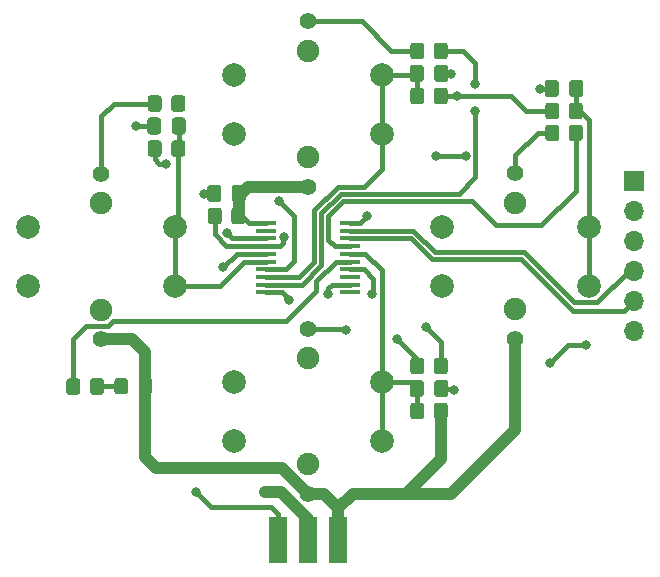
<source format=gtl>
G04 #@! TF.GenerationSoftware,KiCad,Pcbnew,(5.1.9)-1*
G04 #@! TF.CreationDate,2021-07-28T09:13:25+02:00*
G04 #@! TF.ProjectId,STEM,5354454d-2e6b-4696-9361-645f70636258,A*
G04 #@! TF.SameCoordinates,Original*
G04 #@! TF.FileFunction,Copper,L1,Top*
G04 #@! TF.FilePolarity,Positive*
%FSLAX46Y46*%
G04 Gerber Fmt 4.6, Leading zero omitted, Abs format (unit mm)*
G04 Created by KiCad (PCBNEW (5.1.9)-1) date 2021-07-28 09:13:25*
%MOMM*%
%LPD*%
G01*
G04 APERTURE LIST*
G04 #@! TA.AperFunction,WasherPad*
%ADD10C,1.900000*%
G04 #@! TD*
G04 #@! TA.AperFunction,ComponentPad*
%ADD11C,1.400000*%
G04 #@! TD*
G04 #@! TA.AperFunction,ComponentPad*
%ADD12C,2.000000*%
G04 #@! TD*
G04 #@! TA.AperFunction,ComponentPad*
%ADD13O,1.700000X1.700000*%
G04 #@! TD*
G04 #@! TA.AperFunction,ComponentPad*
%ADD14R,1.700000X1.700000*%
G04 #@! TD*
G04 #@! TA.AperFunction,SMDPad,CuDef*
%ADD15R,1.800000X0.450000*%
G04 #@! TD*
G04 #@! TA.AperFunction,SMDPad,CuDef*
%ADD16R,1.524000X4.000000*%
G04 #@! TD*
G04 #@! TA.AperFunction,ViaPad*
%ADD17C,0.800000*%
G04 #@! TD*
G04 #@! TA.AperFunction,Conductor*
%ADD18C,1.000000*%
G04 #@! TD*
G04 #@! TA.AperFunction,Conductor*
%ADD19C,0.400000*%
G04 #@! TD*
G04 APERTURE END LIST*
D10*
X140025000Y-119650000D03*
X140025000Y-110650000D03*
D11*
X140025000Y-108150000D03*
X140025000Y-122150000D03*
D12*
X133775000Y-112650000D03*
X133775000Y-117650000D03*
X146275000Y-112650000D03*
X146275000Y-117650000D03*
D10*
X122450000Y-132787000D03*
X122450000Y-123787000D03*
D11*
X122450000Y-121287000D03*
X122450000Y-135287000D03*
D12*
X116200000Y-125787000D03*
X116200000Y-130787000D03*
X128700000Y-125787000D03*
X128700000Y-130787000D03*
D10*
X104975000Y-119675000D03*
X104975000Y-110675000D03*
D11*
X104975000Y-108175000D03*
X104975000Y-122175000D03*
D12*
X98725000Y-112675000D03*
X98725000Y-117675000D03*
X111225000Y-112675000D03*
X111225000Y-117675000D03*
D10*
X122450000Y-106787000D03*
X122450000Y-97787000D03*
D11*
X122450000Y-95287000D03*
X122450000Y-109287000D03*
D12*
X116200000Y-99787000D03*
X116200000Y-104787000D03*
X128700000Y-99787000D03*
X128700000Y-104787000D03*
G04 #@! TA.AperFunction,SMDPad,CuDef*
G36*
G01*
X143745000Y-104264999D02*
X143745000Y-105165001D01*
G75*
G02*
X143495001Y-105415000I-249999J0D01*
G01*
X142794999Y-105415000D01*
G75*
G02*
X142545000Y-105165001I0J249999D01*
G01*
X142545000Y-104264999D01*
G75*
G02*
X142794999Y-104015000I249999J0D01*
G01*
X143495001Y-104015000D01*
G75*
G02*
X143745000Y-104264999I0J-249999D01*
G01*
G37*
G04 #@! TD.AperFunction*
G04 #@! TA.AperFunction,SMDPad,CuDef*
G36*
G01*
X145745000Y-104264999D02*
X145745000Y-105165001D01*
G75*
G02*
X145495001Y-105415000I-249999J0D01*
G01*
X144794999Y-105415000D01*
G75*
G02*
X144545000Y-105165001I0J249999D01*
G01*
X144545000Y-104264999D01*
G75*
G02*
X144794999Y-104015000I249999J0D01*
G01*
X145495001Y-104015000D01*
G75*
G02*
X145745000Y-104264999I0J-249999D01*
G01*
G37*
G04 #@! TD.AperFunction*
G04 #@! TA.AperFunction,SMDPad,CuDef*
G36*
G01*
X108890000Y-106495001D02*
X108890000Y-105594999D01*
G75*
G02*
X109139999Y-105345000I249999J0D01*
G01*
X109840001Y-105345000D01*
G75*
G02*
X110090000Y-105594999I0J-249999D01*
G01*
X110090000Y-106495001D01*
G75*
G02*
X109840001Y-106745000I-249999J0D01*
G01*
X109139999Y-106745000D01*
G75*
G02*
X108890000Y-106495001I0J249999D01*
G01*
G37*
G04 #@! TD.AperFunction*
G04 #@! TA.AperFunction,SMDPad,CuDef*
G36*
G01*
X110890000Y-106495001D02*
X110890000Y-105594999D01*
G75*
G02*
X111139999Y-105345000I249999J0D01*
G01*
X111840001Y-105345000D01*
G75*
G02*
X112090000Y-105594999I0J-249999D01*
G01*
X112090000Y-106495001D01*
G75*
G02*
X111840001Y-106745000I-249999J0D01*
G01*
X111139999Y-106745000D01*
G75*
G02*
X110890000Y-106495001I0J249999D01*
G01*
G37*
G04 #@! TD.AperFunction*
G04 #@! TA.AperFunction,SMDPad,CuDef*
G36*
G01*
X110940000Y-104615000D02*
X110940000Y-103665000D01*
G75*
G02*
X111190000Y-103415000I250000J0D01*
G01*
X111865000Y-103415000D01*
G75*
G02*
X112115000Y-103665000I0J-250000D01*
G01*
X112115000Y-104615000D01*
G75*
G02*
X111865000Y-104865000I-250000J0D01*
G01*
X111190000Y-104865000D01*
G75*
G02*
X110940000Y-104615000I0J250000D01*
G01*
G37*
G04 #@! TD.AperFunction*
G04 #@! TA.AperFunction,SMDPad,CuDef*
G36*
G01*
X108865000Y-104615000D02*
X108865000Y-103665000D01*
G75*
G02*
X109115000Y-103415000I250000J0D01*
G01*
X109790000Y-103415000D01*
G75*
G02*
X110040000Y-103665000I0J-250000D01*
G01*
X110040000Y-104615000D01*
G75*
G02*
X109790000Y-104865000I-250000J0D01*
G01*
X109115000Y-104865000D01*
G75*
G02*
X108865000Y-104615000I0J250000D01*
G01*
G37*
G04 #@! TD.AperFunction*
G04 #@! TA.AperFunction,SMDPad,CuDef*
G36*
G01*
X134315000Y-124009999D02*
X134315000Y-124910001D01*
G75*
G02*
X134065001Y-125160000I-249999J0D01*
G01*
X133364999Y-125160000D01*
G75*
G02*
X133115000Y-124910001I0J249999D01*
G01*
X133115000Y-124009999D01*
G75*
G02*
X133364999Y-123760000I249999J0D01*
G01*
X134065001Y-123760000D01*
G75*
G02*
X134315000Y-124009999I0J-249999D01*
G01*
G37*
G04 #@! TD.AperFunction*
G04 #@! TA.AperFunction,SMDPad,CuDef*
G36*
G01*
X132315000Y-124009999D02*
X132315000Y-124910001D01*
G75*
G02*
X132065001Y-125160000I-249999J0D01*
G01*
X131364999Y-125160000D01*
G75*
G02*
X131115000Y-124910001I0J249999D01*
G01*
X131115000Y-124009999D01*
G75*
G02*
X131364999Y-123760000I249999J0D01*
G01*
X132065001Y-123760000D01*
G75*
G02*
X132315000Y-124009999I0J-249999D01*
G01*
G37*
G04 #@! TD.AperFunction*
D13*
X150100000Y-121469600D03*
X150100000Y-118929600D03*
X150100000Y-116389600D03*
X150100000Y-113849600D03*
X150100000Y-111309600D03*
D14*
X150100000Y-108769600D03*
G04 #@! TA.AperFunction,SMDPad,CuDef*
G36*
G01*
X104000000Y-126648001D02*
X104000000Y-125747999D01*
G75*
G02*
X104249999Y-125498000I249999J0D01*
G01*
X104950001Y-125498000D01*
G75*
G02*
X105200000Y-125747999I0J-249999D01*
G01*
X105200000Y-126648001D01*
G75*
G02*
X104950001Y-126898000I-249999J0D01*
G01*
X104249999Y-126898000D01*
G75*
G02*
X104000000Y-126648001I0J249999D01*
G01*
G37*
G04 #@! TD.AperFunction*
G04 #@! TA.AperFunction,SMDPad,CuDef*
G36*
G01*
X102000000Y-126648001D02*
X102000000Y-125747999D01*
G75*
G02*
X102249999Y-125498000I249999J0D01*
G01*
X102950001Y-125498000D01*
G75*
G02*
X103200000Y-125747999I0J-249999D01*
G01*
X103200000Y-126648001D01*
G75*
G02*
X102950001Y-126898000I-249999J0D01*
G01*
X102249999Y-126898000D01*
G75*
G02*
X102000000Y-126648001I0J249999D01*
G01*
G37*
G04 #@! TD.AperFunction*
G04 #@! TA.AperFunction,SMDPad,CuDef*
G36*
G01*
X117195000Y-109380000D02*
X117195000Y-110330000D01*
G75*
G02*
X116945000Y-110580000I-250000J0D01*
G01*
X116270000Y-110580000D01*
G75*
G02*
X116020000Y-110330000I0J250000D01*
G01*
X116020000Y-109380000D01*
G75*
G02*
X116270000Y-109130000I250000J0D01*
G01*
X116945000Y-109130000D01*
G75*
G02*
X117195000Y-109380000I0J-250000D01*
G01*
G37*
G04 #@! TD.AperFunction*
G04 #@! TA.AperFunction,SMDPad,CuDef*
G36*
G01*
X115120000Y-109380000D02*
X115120000Y-110330000D01*
G75*
G02*
X114870000Y-110580000I-250000J0D01*
G01*
X114195000Y-110580000D01*
G75*
G02*
X113945000Y-110330000I0J250000D01*
G01*
X113945000Y-109380000D01*
G75*
G02*
X114195000Y-109130000I250000J0D01*
G01*
X114870000Y-109130000D01*
G75*
G02*
X115120000Y-109380000I0J-250000D01*
G01*
G37*
G04 #@! TD.AperFunction*
G04 #@! TA.AperFunction,SMDPad,CuDef*
G36*
G01*
X108130000Y-126618001D02*
X108130000Y-125717999D01*
G75*
G02*
X108379999Y-125468000I249999J0D01*
G01*
X109030001Y-125468000D01*
G75*
G02*
X109280000Y-125717999I0J-249999D01*
G01*
X109280000Y-126618001D01*
G75*
G02*
X109030001Y-126868000I-249999J0D01*
G01*
X108379999Y-126868000D01*
G75*
G02*
X108130000Y-126618001I0J249999D01*
G01*
G37*
G04 #@! TD.AperFunction*
G04 #@! TA.AperFunction,SMDPad,CuDef*
G36*
G01*
X106080000Y-126618001D02*
X106080000Y-125717999D01*
G75*
G02*
X106329999Y-125468000I249999J0D01*
G01*
X106980001Y-125468000D01*
G75*
G02*
X107230000Y-125717999I0J-249999D01*
G01*
X107230000Y-126618001D01*
G75*
G02*
X106980001Y-126868000I-249999J0D01*
G01*
X106329999Y-126868000D01*
G75*
G02*
X106080000Y-126618001I0J249999D01*
G01*
G37*
G04 #@! TD.AperFunction*
G04 #@! TA.AperFunction,SMDPad,CuDef*
G36*
G01*
X132315000Y-127819999D02*
X132315000Y-128720001D01*
G75*
G02*
X132065001Y-128970000I-249999J0D01*
G01*
X131364999Y-128970000D01*
G75*
G02*
X131115000Y-128720001I0J249999D01*
G01*
X131115000Y-127819999D01*
G75*
G02*
X131364999Y-127570000I249999J0D01*
G01*
X132065001Y-127570000D01*
G75*
G02*
X132315000Y-127819999I0J-249999D01*
G01*
G37*
G04 #@! TD.AperFunction*
G04 #@! TA.AperFunction,SMDPad,CuDef*
G36*
G01*
X134315000Y-127819999D02*
X134315000Y-128720001D01*
G75*
G02*
X134065001Y-128970000I-249999J0D01*
G01*
X133364999Y-128970000D01*
G75*
G02*
X133115000Y-128720001I0J249999D01*
G01*
X133115000Y-127819999D01*
G75*
G02*
X133364999Y-127570000I249999J0D01*
G01*
X134065001Y-127570000D01*
G75*
G02*
X134315000Y-127819999I0J-249999D01*
G01*
G37*
G04 #@! TD.AperFunction*
G04 #@! TA.AperFunction,SMDPad,CuDef*
G36*
G01*
X132315000Y-97339999D02*
X132315000Y-98240001D01*
G75*
G02*
X132065001Y-98490000I-249999J0D01*
G01*
X131364999Y-98490000D01*
G75*
G02*
X131115000Y-98240001I0J249999D01*
G01*
X131115000Y-97339999D01*
G75*
G02*
X131364999Y-97090000I249999J0D01*
G01*
X132065001Y-97090000D01*
G75*
G02*
X132315000Y-97339999I0J-249999D01*
G01*
G37*
G04 #@! TD.AperFunction*
G04 #@! TA.AperFunction,SMDPad,CuDef*
G36*
G01*
X134315000Y-97339999D02*
X134315000Y-98240001D01*
G75*
G02*
X134065001Y-98490000I-249999J0D01*
G01*
X133364999Y-98490000D01*
G75*
G02*
X133115000Y-98240001I0J249999D01*
G01*
X133115000Y-97339999D01*
G75*
G02*
X133364999Y-97090000I249999J0D01*
G01*
X134065001Y-97090000D01*
G75*
G02*
X134315000Y-97339999I0J-249999D01*
G01*
G37*
G04 #@! TD.AperFunction*
D15*
X118900000Y-112362000D03*
X118900000Y-113012000D03*
X118900000Y-113662000D03*
X118900000Y-114312000D03*
X118900000Y-114962000D03*
X118900000Y-115612000D03*
X118900000Y-116262000D03*
X118900000Y-116912000D03*
X118900000Y-117562000D03*
X118900000Y-118212000D03*
X126000000Y-118212000D03*
X126000000Y-117562000D03*
X126000000Y-116912000D03*
X126000000Y-116262000D03*
X126000000Y-115612000D03*
X126000000Y-114962000D03*
X126000000Y-114312000D03*
X126000000Y-113662000D03*
X126000000Y-113012000D03*
X126000000Y-112362000D03*
G04 #@! TA.AperFunction,SMDPad,CuDef*
G36*
G01*
X117170000Y-111309999D02*
X117170000Y-112210001D01*
G75*
G02*
X116920001Y-112460000I-249999J0D01*
G01*
X116219999Y-112460000D01*
G75*
G02*
X115970000Y-112210001I0J249999D01*
G01*
X115970000Y-111309999D01*
G75*
G02*
X116219999Y-111060000I249999J0D01*
G01*
X116920001Y-111060000D01*
G75*
G02*
X117170000Y-111309999I0J-249999D01*
G01*
G37*
G04 #@! TD.AperFunction*
G04 #@! TA.AperFunction,SMDPad,CuDef*
G36*
G01*
X115170000Y-111309999D02*
X115170000Y-112210001D01*
G75*
G02*
X114920001Y-112460000I-249999J0D01*
G01*
X114219999Y-112460000D01*
G75*
G02*
X113970000Y-112210001I0J249999D01*
G01*
X113970000Y-111309999D01*
G75*
G02*
X114219999Y-111060000I249999J0D01*
G01*
X114920001Y-111060000D01*
G75*
G02*
X115170000Y-111309999I0J-249999D01*
G01*
G37*
G04 #@! TD.AperFunction*
G04 #@! TA.AperFunction,SMDPad,CuDef*
G36*
G01*
X142545000Y-103320001D02*
X142545000Y-102419999D01*
G75*
G02*
X142794999Y-102170000I249999J0D01*
G01*
X143495001Y-102170000D01*
G75*
G02*
X143745000Y-102419999I0J-249999D01*
G01*
X143745000Y-103320001D01*
G75*
G02*
X143495001Y-103570000I-249999J0D01*
G01*
X142794999Y-103570000D01*
G75*
G02*
X142545000Y-103320001I0J249999D01*
G01*
G37*
G04 #@! TD.AperFunction*
G04 #@! TA.AperFunction,SMDPad,CuDef*
G36*
G01*
X144545000Y-103320001D02*
X144545000Y-102419999D01*
G75*
G02*
X144794999Y-102170000I249999J0D01*
G01*
X145495001Y-102170000D01*
G75*
G02*
X145745000Y-102419999I0J-249999D01*
G01*
X145745000Y-103320001D01*
G75*
G02*
X145495001Y-103570000I-249999J0D01*
G01*
X144794999Y-103570000D01*
G75*
G02*
X144545000Y-103320001I0J249999D01*
G01*
G37*
G04 #@! TD.AperFunction*
G04 #@! TA.AperFunction,SMDPad,CuDef*
G36*
G01*
X134340000Y-125890000D02*
X134340000Y-126840000D01*
G75*
G02*
X134090000Y-127090000I-250000J0D01*
G01*
X133415000Y-127090000D01*
G75*
G02*
X133165000Y-126840000I0J250000D01*
G01*
X133165000Y-125890000D01*
G75*
G02*
X133415000Y-125640000I250000J0D01*
G01*
X134090000Y-125640000D01*
G75*
G02*
X134340000Y-125890000I0J-250000D01*
G01*
G37*
G04 #@! TD.AperFunction*
G04 #@! TA.AperFunction,SMDPad,CuDef*
G36*
G01*
X132265000Y-125890000D02*
X132265000Y-126840000D01*
G75*
G02*
X132015000Y-127090000I-250000J0D01*
G01*
X131340000Y-127090000D01*
G75*
G02*
X131090000Y-126840000I0J250000D01*
G01*
X131090000Y-125890000D01*
G75*
G02*
X131340000Y-125640000I250000J0D01*
G01*
X132015000Y-125640000D01*
G75*
G02*
X132265000Y-125890000I0J-250000D01*
G01*
G37*
G04 #@! TD.AperFunction*
G04 #@! TA.AperFunction,SMDPad,CuDef*
G36*
G01*
X134315000Y-101149999D02*
X134315000Y-102050001D01*
G75*
G02*
X134065001Y-102300000I-249999J0D01*
G01*
X133364999Y-102300000D01*
G75*
G02*
X133115000Y-102050001I0J249999D01*
G01*
X133115000Y-101149999D01*
G75*
G02*
X133364999Y-100900000I249999J0D01*
G01*
X134065001Y-100900000D01*
G75*
G02*
X134315000Y-101149999I0J-249999D01*
G01*
G37*
G04 #@! TD.AperFunction*
G04 #@! TA.AperFunction,SMDPad,CuDef*
G36*
G01*
X132315000Y-101149999D02*
X132315000Y-102050001D01*
G75*
G02*
X132065001Y-102300000I-249999J0D01*
G01*
X131364999Y-102300000D01*
G75*
G02*
X131115000Y-102050001I0J249999D01*
G01*
X131115000Y-101149999D01*
G75*
G02*
X131364999Y-100900000I249999J0D01*
G01*
X132065001Y-100900000D01*
G75*
G02*
X132315000Y-101149999I0J-249999D01*
G01*
G37*
G04 #@! TD.AperFunction*
G04 #@! TA.AperFunction,SMDPad,CuDef*
G36*
G01*
X110090000Y-101784999D02*
X110090000Y-102685001D01*
G75*
G02*
X109840001Y-102935000I-249999J0D01*
G01*
X109139999Y-102935000D01*
G75*
G02*
X108890000Y-102685001I0J249999D01*
G01*
X108890000Y-101784999D01*
G75*
G02*
X109139999Y-101535000I249999J0D01*
G01*
X109840001Y-101535000D01*
G75*
G02*
X110090000Y-101784999I0J-249999D01*
G01*
G37*
G04 #@! TD.AperFunction*
G04 #@! TA.AperFunction,SMDPad,CuDef*
G36*
G01*
X112090000Y-101784999D02*
X112090000Y-102685001D01*
G75*
G02*
X111840001Y-102935000I-249999J0D01*
G01*
X111139999Y-102935000D01*
G75*
G02*
X110890000Y-102685001I0J249999D01*
G01*
X110890000Y-101784999D01*
G75*
G02*
X111139999Y-101535000I249999J0D01*
G01*
X111840001Y-101535000D01*
G75*
G02*
X112090000Y-101784999I0J-249999D01*
G01*
G37*
G04 #@! TD.AperFunction*
G04 #@! TA.AperFunction,SMDPad,CuDef*
G36*
G01*
X134340000Y-99220000D02*
X134340000Y-100170000D01*
G75*
G02*
X134090000Y-100420000I-250000J0D01*
G01*
X133415000Y-100420000D01*
G75*
G02*
X133165000Y-100170000I0J250000D01*
G01*
X133165000Y-99220000D01*
G75*
G02*
X133415000Y-98970000I250000J0D01*
G01*
X134090000Y-98970000D01*
G75*
G02*
X134340000Y-99220000I0J-250000D01*
G01*
G37*
G04 #@! TD.AperFunction*
G04 #@! TA.AperFunction,SMDPad,CuDef*
G36*
G01*
X132265000Y-99220000D02*
X132265000Y-100170000D01*
G75*
G02*
X132015000Y-100420000I-250000J0D01*
G01*
X131340000Y-100420000D01*
G75*
G02*
X131090000Y-100170000I0J250000D01*
G01*
X131090000Y-99220000D01*
G75*
G02*
X131340000Y-98970000I250000J0D01*
G01*
X132015000Y-98970000D01*
G75*
G02*
X132265000Y-99220000I0J-250000D01*
G01*
G37*
G04 #@! TD.AperFunction*
D16*
X119960000Y-139158000D03*
X122500000Y-139158000D03*
X125040000Y-139158000D03*
G04 #@! TA.AperFunction,SMDPad,CuDef*
G36*
G01*
X144595000Y-101440000D02*
X144595000Y-100490000D01*
G75*
G02*
X144845000Y-100240000I250000J0D01*
G01*
X145520000Y-100240000D01*
G75*
G02*
X145770000Y-100490000I0J-250000D01*
G01*
X145770000Y-101440000D01*
G75*
G02*
X145520000Y-101690000I-250000J0D01*
G01*
X144845000Y-101690000D01*
G75*
G02*
X144595000Y-101440000I0J250000D01*
G01*
G37*
G04 #@! TD.AperFunction*
G04 #@! TA.AperFunction,SMDPad,CuDef*
G36*
G01*
X142520000Y-101440000D02*
X142520000Y-100490000D01*
G75*
G02*
X142770000Y-100240000I250000J0D01*
G01*
X143445000Y-100240000D01*
G75*
G02*
X143695000Y-100490000I0J-250000D01*
G01*
X143695000Y-101440000D01*
G75*
G02*
X143445000Y-101690000I-250000J0D01*
G01*
X142770000Y-101690000D01*
G75*
G02*
X142520000Y-101440000I0J250000D01*
G01*
G37*
G04 #@! TD.AperFunction*
D17*
X110490000Y-107315000D03*
X118177000Y-109287000D03*
X135128000Y-101600000D03*
X107950000Y-104140000D03*
X134620000Y-99695000D03*
X127442000Y-111760000D03*
X134874000Y-126492000D03*
X113665000Y-109855000D03*
X142113000Y-100965000D03*
X118872000Y-135128000D03*
X120400002Y-113538000D03*
X133350000Y-106680000D03*
X135852000Y-106680000D03*
X113030000Y-135128000D03*
X115627686Y-113226314D03*
X120904000Y-118872000D03*
X124206000Y-118364000D03*
X115316000Y-116078000D03*
X132466802Y-121152188D03*
X120015000Y-110490000D03*
X111490000Y-102235000D03*
X136652000Y-102870000D03*
X136652000Y-100584000D03*
X127900000Y-118364000D03*
X143002000Y-124206000D03*
X146050000Y-122720010D03*
X130048000Y-122174000D03*
X125730000Y-121412000D03*
D18*
X104975000Y-122175000D02*
X107570000Y-122175000D01*
X108705000Y-123310000D02*
X108705000Y-126168000D01*
X107570000Y-122175000D02*
X108705000Y-123310000D01*
X125040000Y-137675998D02*
X125040000Y-139158000D01*
X108705000Y-126168000D02*
X108705000Y-132200000D01*
X122450000Y-135287000D02*
X123857000Y-135287000D01*
X125040000Y-136470000D02*
X125040000Y-139158000D01*
X123857000Y-135287000D02*
X125040000Y-136470000D01*
X140025000Y-122150000D02*
X140025000Y-129850000D01*
X140025000Y-129850000D02*
X134620000Y-135255000D01*
X126255000Y-135255000D02*
X125040000Y-136470000D01*
X133715000Y-132350000D02*
X130810000Y-135255000D01*
X133715000Y-128270000D02*
X133715000Y-132350000D01*
X130810000Y-135255000D02*
X126255000Y-135255000D01*
X134620000Y-135255000D02*
X130810000Y-135255000D01*
X116607500Y-111722500D02*
X116570000Y-111760000D01*
X116607500Y-109855000D02*
X116607500Y-111722500D01*
X116607500Y-109855000D02*
X116840000Y-109855000D01*
X116840000Y-109855000D02*
X117408000Y-109287000D01*
D19*
X109490000Y-106045000D02*
X109490000Y-106950000D01*
X109855000Y-107315000D02*
X110490000Y-107315000D01*
X109490000Y-106950000D02*
X109855000Y-107315000D01*
D18*
X118177000Y-109287000D02*
X122450000Y-109287000D01*
X117408000Y-109287000D02*
X118177000Y-109287000D01*
D19*
X118900000Y-112362000D02*
X117508000Y-112362000D01*
X116906000Y-111760000D02*
X116570000Y-111760000D01*
X117508000Y-112362000D02*
X116906000Y-111760000D01*
X140970000Y-102870000D02*
X143145000Y-102870000D01*
X139700000Y-101600000D02*
X140970000Y-102870000D01*
X135128000Y-101600000D02*
X139700000Y-101600000D01*
X133715000Y-101600000D02*
X135128000Y-101600000D01*
D18*
X122450000Y-135287000D02*
X120259000Y-133096000D01*
X109601000Y-133096000D02*
X108705000Y-132200000D01*
X120259000Y-133096000D02*
X109601000Y-133096000D01*
D19*
X109452500Y-104140000D02*
X107950000Y-104140000D01*
X133752500Y-99695000D02*
X134620000Y-99695000D01*
X126840000Y-112362000D02*
X127442000Y-111760000D01*
X126000000Y-112362000D02*
X126840000Y-112362000D01*
X133752500Y-126365000D02*
X134493000Y-126365000D01*
X134620000Y-126492000D02*
X134874000Y-126492000D01*
X134493000Y-126365000D02*
X134620000Y-126492000D01*
X114532500Y-109855000D02*
X113665000Y-109855000D01*
X143107500Y-100965000D02*
X142113000Y-100965000D01*
D18*
X122500000Y-139158000D02*
X122500000Y-137409002D01*
X122500000Y-137409002D02*
X120218998Y-135128000D01*
X120218998Y-135128000D02*
X118872000Y-135128000D01*
D19*
X117600000Y-114312000D02*
X117588000Y-114300000D01*
X118900000Y-114312000D02*
X117600000Y-114312000D01*
X117588000Y-114300000D02*
X115570000Y-114300000D01*
X114570000Y-113300000D02*
X114570000Y-111760000D01*
X115570000Y-114300000D02*
X114570000Y-113300000D01*
X120095002Y-114312000D02*
X120396000Y-114011002D01*
X118900000Y-114312000D02*
X120095002Y-114312000D01*
X120396000Y-113542002D02*
X120400002Y-113538000D01*
X120396000Y-114011002D02*
X120396000Y-113542002D01*
X135890000Y-106680000D02*
X135852000Y-106680000D01*
X133350000Y-106680000D02*
X135890000Y-106680000D01*
X102600000Y-122190000D02*
X102600000Y-126198000D01*
X103715001Y-121074999D02*
X102600000Y-122190000D01*
X105573003Y-121074999D02*
X103715001Y-121074999D01*
X105998002Y-120650000D02*
X105573003Y-121074999D01*
X120650000Y-120650000D02*
X105998002Y-120650000D01*
X123190000Y-117226998D02*
X123190000Y-118110000D01*
X124804998Y-115612000D02*
X123190000Y-117226998D01*
X123190000Y-118110000D02*
X120650000Y-120650000D01*
X126000000Y-115612000D02*
X124804998Y-115612000D01*
X126000000Y-113662000D02*
X131188000Y-113662000D01*
X144907555Y-119779599D02*
X149250001Y-119779599D01*
X132934011Y-115408011D02*
X140535968Y-115408011D01*
X140535968Y-115408011D02*
X144907555Y-119779599D01*
X131188000Y-113662000D02*
X132934011Y-115408011D01*
X149250001Y-119779599D02*
X150100000Y-118929600D01*
X146947001Y-119050001D02*
X149607402Y-116389600D01*
X145026500Y-119050001D02*
X146947001Y-119050001D01*
X131386543Y-113012000D02*
X133182543Y-114808000D01*
X126000000Y-113012000D02*
X131386543Y-113012000D01*
X149607402Y-116389600D02*
X150100000Y-116389600D01*
X133182543Y-114808000D02*
X140784499Y-114808000D01*
X140784499Y-114808000D02*
X145026500Y-119050001D01*
X143145000Y-104715000D02*
X141919000Y-104715000D01*
X140025000Y-106609000D02*
X140025000Y-108150000D01*
X141919000Y-104715000D02*
X140025000Y-106609000D01*
X119960000Y-139158000D02*
X119960000Y-136978000D01*
X119960000Y-136978000D02*
X119380000Y-136398000D01*
X119380000Y-136398000D02*
X114300000Y-136398000D01*
X114300000Y-136398000D02*
X113030000Y-135128000D01*
X116063372Y-113662000D02*
X115627686Y-113226314D01*
X118900000Y-113662000D02*
X116063372Y-113662000D01*
X118900000Y-118212000D02*
X120244000Y-118212000D01*
X120244000Y-118212000D02*
X120904000Y-118872000D01*
X126000000Y-117562000D02*
X124500000Y-117562000D01*
X124206000Y-117856000D02*
X124206000Y-118364000D01*
X124500000Y-117562000D02*
X124206000Y-117856000D01*
X118900000Y-114962000D02*
X116432000Y-114962000D01*
X116432000Y-114962000D02*
X115316000Y-116078000D01*
X133715000Y-122400386D02*
X132466802Y-121152188D01*
X133715000Y-124460000D02*
X133715000Y-122400386D01*
X111527500Y-106007500D02*
X111490000Y-106045000D01*
X111527500Y-104140000D02*
X111527500Y-106007500D01*
X111490000Y-112410000D02*
X111225000Y-112675000D01*
X111490000Y-106045000D02*
X111490000Y-112410000D01*
X111225000Y-112675000D02*
X111225000Y-117675000D01*
X117052000Y-115612000D02*
X118900000Y-115612000D01*
X114989000Y-117675000D02*
X117052000Y-115612000D01*
X111225000Y-117675000D02*
X114989000Y-117675000D01*
X118900000Y-116262000D02*
X120593000Y-116262000D01*
X120593000Y-116262000D02*
X121285000Y-115570000D01*
X121285000Y-115570000D02*
X121285000Y-111760000D01*
X121285000Y-111760000D02*
X120015000Y-110490000D01*
X128700000Y-104787000D02*
X128700000Y-99787000D01*
X131585500Y-99787000D02*
X131677500Y-99695000D01*
X128700000Y-99787000D02*
X131585500Y-99787000D01*
X131677500Y-101562500D02*
X131715000Y-101600000D01*
X131677500Y-99695000D02*
X131677500Y-101562500D01*
X120263990Y-116961990D02*
X121711468Y-116961990D01*
X120214000Y-116912000D02*
X120263990Y-116961990D01*
X128700000Y-107774000D02*
X128700000Y-104787000D01*
X118900000Y-116912000D02*
X120214000Y-116912000D01*
X121711468Y-116961990D02*
X123005980Y-115667478D01*
X123005980Y-115667478D02*
X123005981Y-111262935D01*
X123005981Y-111262935D02*
X124978936Y-109289980D01*
X124978936Y-109289980D02*
X127184020Y-109289980D01*
X127184020Y-109289980D02*
X128700000Y-107774000D01*
X133715000Y-97790000D02*
X135636000Y-97790000D01*
X136652000Y-98806000D02*
X135636000Y-97790000D01*
X136652000Y-100584000D02*
X136652000Y-98806000D01*
X125227468Y-109889990D02*
X131410010Y-109889990D01*
X123605990Y-111511468D02*
X125227468Y-109889990D01*
X118900000Y-117562000D02*
X121960000Y-117562000D01*
X121960000Y-117562000D02*
X123605990Y-115916010D01*
X135220010Y-109889990D02*
X136652000Y-108458000D01*
X131410010Y-109889990D02*
X135128000Y-109889990D01*
X123605990Y-115916010D02*
X123605990Y-111511468D01*
X135128000Y-109889990D02*
X135220010Y-109889990D01*
X136652000Y-108458000D02*
X136652000Y-102870000D01*
X145145000Y-101002500D02*
X145182500Y-100965000D01*
X145145000Y-102870000D02*
X145145000Y-101002500D01*
X145145000Y-102870000D02*
X145542000Y-102870000D01*
X146275000Y-103603000D02*
X146275000Y-112650000D01*
X145542000Y-102870000D02*
X146275000Y-103603000D01*
X146275000Y-112650000D02*
X146275000Y-117650000D01*
X127195002Y-116262000D02*
X128016000Y-117082998D01*
X126000000Y-116262000D02*
X127195002Y-116262000D01*
X128016000Y-118248000D02*
X127900000Y-118364000D01*
X128016000Y-117082998D02*
X128016000Y-118248000D01*
X143002000Y-124206000D02*
X144487990Y-122720010D01*
X144487990Y-122720010D02*
X146050000Y-122720010D01*
X128700000Y-125787000D02*
X128700000Y-130787000D01*
X131099500Y-125787000D02*
X131677500Y-126365000D01*
X128700000Y-125787000D02*
X131099500Y-125787000D01*
X131677500Y-128232500D02*
X131715000Y-128270000D01*
X131677500Y-126365000D02*
X131677500Y-128232500D01*
X128700000Y-116362000D02*
X128700000Y-125787000D01*
X127300000Y-114962000D02*
X128700000Y-116362000D01*
X126000000Y-114962000D02*
X127300000Y-114962000D01*
X126000000Y-114312000D02*
X124726000Y-114312000D01*
X124726000Y-114312000D02*
X124206000Y-113792000D01*
X124206000Y-113792000D02*
X124206000Y-111760000D01*
X124206000Y-111760000D02*
X125476000Y-110490000D01*
X125476000Y-110490000D02*
X136398000Y-110490000D01*
X136398000Y-110490000D02*
X138430000Y-112522000D01*
X138430000Y-112522000D02*
X142240000Y-112522000D01*
X145145000Y-109617000D02*
X145145000Y-104715000D01*
X142240000Y-112522000D02*
X145145000Y-109617000D01*
X122450000Y-95287000D02*
X127037000Y-95287000D01*
X129540000Y-97790000D02*
X131715000Y-97790000D01*
X127037000Y-95287000D02*
X129540000Y-97790000D01*
X104630000Y-126168000D02*
X104600000Y-126198000D01*
X106655000Y-126168000D02*
X104630000Y-126168000D01*
X131715000Y-124460000D02*
X131715000Y-123841000D01*
X131715000Y-123841000D02*
X130048000Y-122174000D01*
X125605000Y-121287000D02*
X125730000Y-121412000D01*
X122450000Y-121287000D02*
X125605000Y-121287000D01*
X104975000Y-108175000D02*
X104975000Y-103305000D01*
X106045000Y-102235000D02*
X109490000Y-102235000D01*
X104975000Y-103305000D02*
X106045000Y-102235000D01*
M02*

</source>
